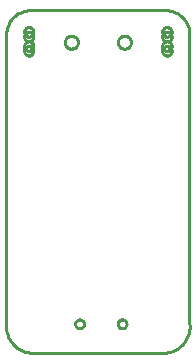
<source format=gbr>
G04 EAGLE Gerber RS-274X export*
G75*
%MOMM*%
%FSLAX34Y34*%
%LPD*%
%IN*%
%IPPOS*%
%AMOC8*
5,1,8,0,0,1.08239X$1,22.5*%
G01*
%ADD10C,0.254000*%


D10*
X0Y20000D02*
X-132Y18030D01*
X-92Y16055D01*
X120Y14091D01*
X502Y12154D01*
X1052Y10257D01*
X1764Y8415D01*
X2635Y6642D01*
X3657Y4952D01*
X4822Y3358D01*
X6122Y1871D01*
X7547Y503D01*
X9085Y-736D01*
X10725Y-1835D01*
X12455Y-2788D01*
X14262Y-3586D01*
X16131Y-4224D01*
X18048Y-4696D01*
X20000Y-5000D01*
X135000Y-5000D01*
X136952Y-4697D01*
X138869Y-4224D01*
X140738Y-3586D01*
X142545Y-2788D01*
X144275Y-1835D01*
X145915Y-736D01*
X147453Y503D01*
X148878Y1871D01*
X150178Y3358D01*
X151343Y4952D01*
X152365Y6642D01*
X153236Y8415D01*
X153948Y10257D01*
X154498Y12154D01*
X154880Y14091D01*
X155092Y16055D01*
X155132Y18029D01*
X155000Y20000D01*
X155000Y265000D01*
X154924Y266743D01*
X154696Y268473D01*
X154319Y270176D01*
X153794Y271840D01*
X153126Y273452D01*
X152321Y275000D01*
X151383Y276472D01*
X150321Y277856D01*
X149142Y279142D01*
X147856Y280321D01*
X146472Y281383D01*
X145000Y282321D01*
X143452Y283126D01*
X141840Y283794D01*
X140176Y284319D01*
X138473Y284696D01*
X136743Y284924D01*
X135000Y285000D01*
X20000Y285000D01*
X18257Y284924D01*
X16527Y284696D01*
X14824Y284319D01*
X13160Y283794D01*
X11548Y283126D01*
X10000Y282321D01*
X8528Y281383D01*
X7144Y280321D01*
X5858Y279142D01*
X4679Y277856D01*
X3617Y276472D01*
X2680Y275000D01*
X1874Y273452D01*
X1206Y271840D01*
X681Y270176D01*
X304Y268473D01*
X76Y266743D01*
X0Y265000D01*
X0Y20000D01*
X101750Y19254D02*
X101686Y18767D01*
X101559Y18292D01*
X101371Y17838D01*
X101125Y17412D01*
X100825Y17022D01*
X100478Y16675D01*
X100088Y16375D01*
X99662Y16130D01*
X99208Y15941D01*
X98733Y15814D01*
X98246Y15750D01*
X97754Y15750D01*
X97267Y15814D01*
X96792Y15941D01*
X96338Y16130D01*
X95912Y16375D01*
X95522Y16675D01*
X95175Y17022D01*
X94875Y17412D01*
X94630Y17838D01*
X94441Y18292D01*
X94314Y18767D01*
X94250Y19254D01*
X94250Y19746D01*
X94314Y20233D01*
X94441Y20708D01*
X94630Y21162D01*
X94875Y21588D01*
X95175Y21978D01*
X95522Y22325D01*
X95912Y22625D01*
X96338Y22871D01*
X96792Y23059D01*
X97267Y23186D01*
X97754Y23250D01*
X98246Y23250D01*
X98733Y23186D01*
X99208Y23059D01*
X99662Y22871D01*
X100088Y22625D01*
X100478Y22325D01*
X100825Y21978D01*
X101125Y21588D01*
X101371Y21162D01*
X101559Y20708D01*
X101686Y20233D01*
X101750Y19746D01*
X101750Y19254D01*
X65750Y19254D02*
X65686Y18767D01*
X65559Y18292D01*
X65371Y17838D01*
X65125Y17412D01*
X64825Y17022D01*
X64478Y16675D01*
X64088Y16375D01*
X63662Y16130D01*
X63208Y15941D01*
X62733Y15814D01*
X62246Y15750D01*
X61754Y15750D01*
X61267Y15814D01*
X60792Y15941D01*
X60338Y16130D01*
X59912Y16375D01*
X59522Y16675D01*
X59175Y17022D01*
X58875Y17412D01*
X58630Y17838D01*
X58441Y18292D01*
X58314Y18767D01*
X58250Y19254D01*
X58250Y19746D01*
X58314Y20233D01*
X58441Y20708D01*
X58630Y21162D01*
X58875Y21588D01*
X59175Y21978D01*
X59522Y22325D01*
X59912Y22625D01*
X60338Y22871D01*
X60792Y23059D01*
X61267Y23186D01*
X61754Y23250D01*
X62246Y23250D01*
X62733Y23186D01*
X63208Y23059D01*
X63662Y22871D01*
X64088Y22625D01*
X64478Y22325D01*
X64825Y21978D01*
X65125Y21588D01*
X65371Y21162D01*
X65559Y20708D01*
X65686Y20233D01*
X65750Y19746D01*
X65750Y19254D01*
X99691Y252500D02*
X99077Y252569D01*
X98475Y252707D01*
X97892Y252911D01*
X97335Y253179D01*
X96812Y253507D01*
X96329Y253893D01*
X95893Y254329D01*
X95507Y254812D01*
X95179Y255335D01*
X94911Y255892D01*
X94707Y256475D01*
X94569Y257077D01*
X94500Y257691D01*
X94500Y258309D01*
X94569Y258923D01*
X94707Y259525D01*
X94911Y260108D01*
X95179Y260665D01*
X95507Y261188D01*
X95893Y261671D01*
X96329Y262108D01*
X96812Y262493D01*
X97335Y262821D01*
X97892Y263089D01*
X98475Y263293D01*
X99077Y263431D01*
X99691Y263500D01*
X100309Y263500D01*
X100923Y263431D01*
X101525Y263293D01*
X102108Y263089D01*
X102665Y262821D01*
X103188Y262493D01*
X103671Y262108D01*
X104108Y261671D01*
X104493Y261188D01*
X104821Y260665D01*
X105089Y260108D01*
X105293Y259525D01*
X105431Y258923D01*
X105500Y258309D01*
X105500Y257691D01*
X105431Y257077D01*
X105293Y256475D01*
X105089Y255892D01*
X104821Y255335D01*
X104493Y254812D01*
X104108Y254329D01*
X103671Y253893D01*
X103188Y253507D01*
X102665Y253179D01*
X102108Y252911D01*
X101525Y252707D01*
X100923Y252569D01*
X100309Y252500D01*
X99691Y252500D01*
X54691Y252500D02*
X54077Y252569D01*
X53475Y252707D01*
X52892Y252911D01*
X52335Y253179D01*
X51812Y253507D01*
X51329Y253893D01*
X50893Y254329D01*
X50507Y254812D01*
X50179Y255335D01*
X49911Y255892D01*
X49707Y256475D01*
X49569Y257077D01*
X49500Y257691D01*
X49500Y258309D01*
X49569Y258923D01*
X49707Y259525D01*
X49911Y260108D01*
X50179Y260665D01*
X50507Y261188D01*
X50893Y261671D01*
X51329Y262108D01*
X51812Y262493D01*
X52335Y262821D01*
X52892Y263089D01*
X53475Y263293D01*
X54077Y263431D01*
X54691Y263500D01*
X55309Y263500D01*
X55923Y263431D01*
X56525Y263293D01*
X57108Y263089D01*
X57665Y262821D01*
X58188Y262493D01*
X58671Y262108D01*
X59108Y261671D01*
X59493Y261188D01*
X59821Y260665D01*
X60089Y260108D01*
X60293Y259525D01*
X60431Y258923D01*
X60500Y258309D01*
X60500Y257691D01*
X60431Y257077D01*
X60293Y256475D01*
X60089Y255892D01*
X59821Y255335D01*
X59493Y254812D01*
X59108Y254329D01*
X58671Y253893D01*
X58188Y253507D01*
X57665Y253179D01*
X57108Y252911D01*
X56525Y252707D01*
X55923Y252569D01*
X55309Y252500D01*
X54691Y252500D01*
X18738Y250700D02*
X18218Y250768D01*
X17711Y250904D01*
X17227Y251105D01*
X16773Y251367D01*
X16357Y251686D01*
X15986Y252057D01*
X15667Y252473D01*
X15405Y252927D01*
X15204Y253411D01*
X15068Y253918D01*
X15000Y254438D01*
X15000Y254962D01*
X15068Y255482D01*
X15204Y255989D01*
X15405Y256473D01*
X15667Y256927D01*
X15986Y257343D01*
X16357Y257714D01*
X16773Y258033D01*
X17227Y258295D01*
X17711Y258496D01*
X18218Y258632D01*
X18738Y258700D01*
X19262Y258700D01*
X19782Y258632D01*
X20289Y258496D01*
X20773Y258295D01*
X21227Y258033D01*
X21643Y257714D01*
X22014Y257343D01*
X22333Y256927D01*
X22595Y256473D01*
X22796Y255989D01*
X22932Y255482D01*
X23000Y254962D01*
X23000Y254438D01*
X22932Y253918D01*
X22796Y253411D01*
X22595Y252927D01*
X22333Y252473D01*
X22014Y252057D01*
X21643Y251686D01*
X21227Y251367D01*
X20773Y251105D01*
X20289Y250904D01*
X19782Y250768D01*
X19262Y250700D01*
X18738Y250700D01*
X18738Y246700D02*
X18218Y246768D01*
X17711Y246904D01*
X17227Y247105D01*
X16773Y247367D01*
X16357Y247686D01*
X15986Y248057D01*
X15667Y248473D01*
X15405Y248927D01*
X15204Y249411D01*
X15068Y249918D01*
X15000Y250438D01*
X15000Y250962D01*
X15068Y251482D01*
X15204Y251989D01*
X15405Y252473D01*
X15667Y252927D01*
X15986Y253343D01*
X16357Y253714D01*
X16773Y254033D01*
X17227Y254295D01*
X17711Y254496D01*
X18218Y254632D01*
X18738Y254700D01*
X19262Y254700D01*
X19782Y254632D01*
X20289Y254496D01*
X20773Y254295D01*
X21227Y254033D01*
X21643Y253714D01*
X22014Y253343D01*
X22333Y252927D01*
X22595Y252473D01*
X22796Y251989D01*
X22932Y251482D01*
X23000Y250962D01*
X23000Y250438D01*
X22932Y249918D01*
X22796Y249411D01*
X22595Y248927D01*
X22333Y248473D01*
X22014Y248057D01*
X21643Y247686D01*
X21227Y247367D01*
X20773Y247105D01*
X20289Y246904D01*
X19782Y246768D01*
X19262Y246700D01*
X18738Y246700D01*
X18738Y258700D02*
X18218Y258768D01*
X17711Y258904D01*
X17227Y259105D01*
X16773Y259367D01*
X16357Y259686D01*
X15986Y260057D01*
X15667Y260473D01*
X15405Y260927D01*
X15204Y261411D01*
X15068Y261918D01*
X15000Y262438D01*
X15000Y262962D01*
X15068Y263482D01*
X15204Y263989D01*
X15405Y264473D01*
X15667Y264927D01*
X15986Y265343D01*
X16357Y265714D01*
X16773Y266033D01*
X17227Y266295D01*
X17711Y266496D01*
X18218Y266632D01*
X18738Y266700D01*
X19262Y266700D01*
X19782Y266632D01*
X20289Y266496D01*
X20773Y266295D01*
X21227Y266033D01*
X21643Y265714D01*
X22014Y265343D01*
X22333Y264927D01*
X22595Y264473D01*
X22796Y263989D01*
X22932Y263482D01*
X23000Y262962D01*
X23000Y262438D01*
X22932Y261918D01*
X22796Y261411D01*
X22595Y260927D01*
X22333Y260473D01*
X22014Y260057D01*
X21643Y259686D01*
X21227Y259367D01*
X20773Y259105D01*
X20289Y258904D01*
X19782Y258768D01*
X19262Y258700D01*
X18738Y258700D01*
X18738Y262700D02*
X18218Y262768D01*
X17711Y262904D01*
X17227Y263105D01*
X16773Y263367D01*
X16357Y263686D01*
X15986Y264057D01*
X15667Y264473D01*
X15405Y264927D01*
X15204Y265411D01*
X15068Y265918D01*
X15000Y266438D01*
X15000Y266962D01*
X15068Y267482D01*
X15204Y267989D01*
X15405Y268473D01*
X15667Y268927D01*
X15986Y269343D01*
X16357Y269714D01*
X16773Y270033D01*
X17227Y270295D01*
X17711Y270496D01*
X18218Y270632D01*
X18738Y270700D01*
X19262Y270700D01*
X19782Y270632D01*
X20289Y270496D01*
X20773Y270295D01*
X21227Y270033D01*
X21643Y269714D01*
X22014Y269343D01*
X22333Y268927D01*
X22595Y268473D01*
X22796Y267989D01*
X22932Y267482D01*
X23000Y266962D01*
X23000Y266438D01*
X22932Y265918D01*
X22796Y265411D01*
X22595Y264927D01*
X22333Y264473D01*
X22014Y264057D01*
X21643Y263686D01*
X21227Y263367D01*
X20773Y263105D01*
X20289Y262904D01*
X19782Y262768D01*
X19262Y262700D01*
X18738Y262700D01*
X135738Y250700D02*
X135218Y250768D01*
X134711Y250904D01*
X134227Y251105D01*
X133773Y251367D01*
X133357Y251686D01*
X132986Y252057D01*
X132667Y252473D01*
X132405Y252927D01*
X132204Y253411D01*
X132068Y253918D01*
X132000Y254438D01*
X132000Y254962D01*
X132068Y255482D01*
X132204Y255989D01*
X132405Y256473D01*
X132667Y256927D01*
X132986Y257343D01*
X133357Y257714D01*
X133773Y258033D01*
X134227Y258295D01*
X134711Y258496D01*
X135218Y258632D01*
X135738Y258700D01*
X136262Y258700D01*
X136782Y258632D01*
X137289Y258496D01*
X137773Y258295D01*
X138227Y258033D01*
X138643Y257714D01*
X139014Y257343D01*
X139333Y256927D01*
X139595Y256473D01*
X139796Y255989D01*
X139932Y255482D01*
X140000Y254962D01*
X140000Y254438D01*
X139932Y253918D01*
X139796Y253411D01*
X139595Y252927D01*
X139333Y252473D01*
X139014Y252057D01*
X138643Y251686D01*
X138227Y251367D01*
X137773Y251105D01*
X137289Y250904D01*
X136782Y250768D01*
X136262Y250700D01*
X135738Y250700D01*
X135738Y246700D02*
X135218Y246768D01*
X134711Y246904D01*
X134227Y247105D01*
X133773Y247367D01*
X133357Y247686D01*
X132986Y248057D01*
X132667Y248473D01*
X132405Y248927D01*
X132204Y249411D01*
X132068Y249918D01*
X132000Y250438D01*
X132000Y250962D01*
X132068Y251482D01*
X132204Y251989D01*
X132405Y252473D01*
X132667Y252927D01*
X132986Y253343D01*
X133357Y253714D01*
X133773Y254033D01*
X134227Y254295D01*
X134711Y254496D01*
X135218Y254632D01*
X135738Y254700D01*
X136262Y254700D01*
X136782Y254632D01*
X137289Y254496D01*
X137773Y254295D01*
X138227Y254033D01*
X138643Y253714D01*
X139014Y253343D01*
X139333Y252927D01*
X139595Y252473D01*
X139796Y251989D01*
X139932Y251482D01*
X140000Y250962D01*
X140000Y250438D01*
X139932Y249918D01*
X139796Y249411D01*
X139595Y248927D01*
X139333Y248473D01*
X139014Y248057D01*
X138643Y247686D01*
X138227Y247367D01*
X137773Y247105D01*
X137289Y246904D01*
X136782Y246768D01*
X136262Y246700D01*
X135738Y246700D01*
X135738Y258700D02*
X135218Y258768D01*
X134711Y258904D01*
X134227Y259105D01*
X133773Y259367D01*
X133357Y259686D01*
X132986Y260057D01*
X132667Y260473D01*
X132405Y260927D01*
X132204Y261411D01*
X132068Y261918D01*
X132000Y262438D01*
X132000Y262962D01*
X132068Y263482D01*
X132204Y263989D01*
X132405Y264473D01*
X132667Y264927D01*
X132986Y265343D01*
X133357Y265714D01*
X133773Y266033D01*
X134227Y266295D01*
X134711Y266496D01*
X135218Y266632D01*
X135738Y266700D01*
X136262Y266700D01*
X136782Y266632D01*
X137289Y266496D01*
X137773Y266295D01*
X138227Y266033D01*
X138643Y265714D01*
X139014Y265343D01*
X139333Y264927D01*
X139595Y264473D01*
X139796Y263989D01*
X139932Y263482D01*
X140000Y262962D01*
X140000Y262438D01*
X139932Y261918D01*
X139796Y261411D01*
X139595Y260927D01*
X139333Y260473D01*
X139014Y260057D01*
X138643Y259686D01*
X138227Y259367D01*
X137773Y259105D01*
X137289Y258904D01*
X136782Y258768D01*
X136262Y258700D01*
X135738Y258700D01*
X135738Y262700D02*
X135218Y262768D01*
X134711Y262904D01*
X134227Y263105D01*
X133773Y263367D01*
X133357Y263686D01*
X132986Y264057D01*
X132667Y264473D01*
X132405Y264927D01*
X132204Y265411D01*
X132068Y265918D01*
X132000Y266438D01*
X132000Y266962D01*
X132068Y267482D01*
X132204Y267989D01*
X132405Y268473D01*
X132667Y268927D01*
X132986Y269343D01*
X133357Y269714D01*
X133773Y270033D01*
X134227Y270295D01*
X134711Y270496D01*
X135218Y270632D01*
X135738Y270700D01*
X136262Y270700D01*
X136782Y270632D01*
X137289Y270496D01*
X137773Y270295D01*
X138227Y270033D01*
X138643Y269714D01*
X139014Y269343D01*
X139333Y268927D01*
X139595Y268473D01*
X139796Y267989D01*
X139932Y267482D01*
X140000Y266962D01*
X140000Y266438D01*
X139932Y265918D01*
X139796Y265411D01*
X139595Y264927D01*
X139333Y264473D01*
X139014Y264057D01*
X138643Y263686D01*
X138227Y263367D01*
X137773Y263105D01*
X137289Y262904D01*
X136782Y262768D01*
X136262Y262700D01*
X135738Y262700D01*
M02*

</source>
